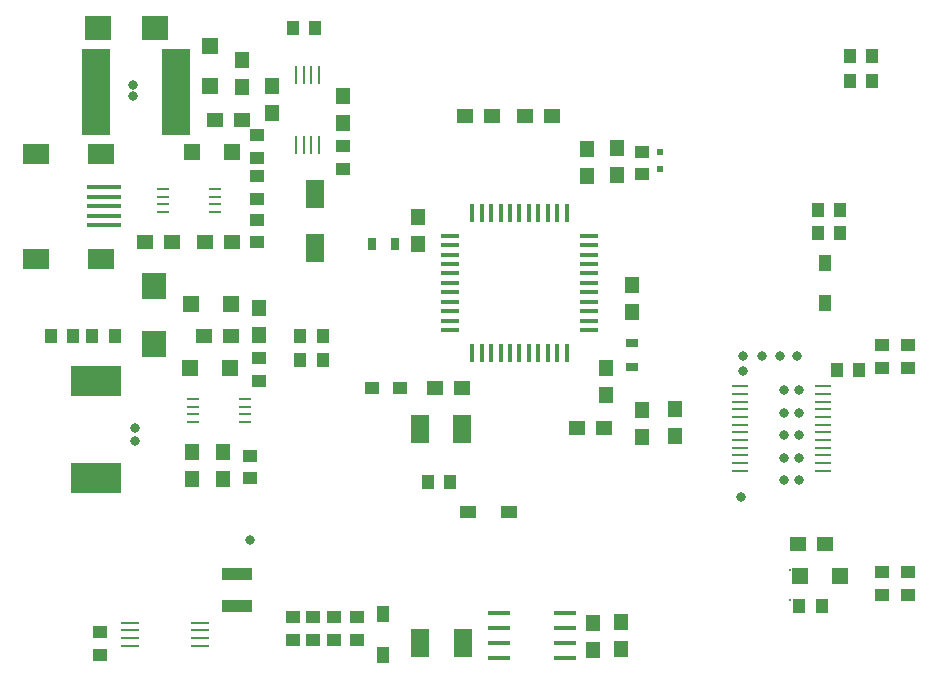
<source format=gbr>
G04 DipTrace 2.05 beta*
%INTop Paste.gbr*%
%MOIN*%
%ADD10C,0.0098*%
%ADD11C,0.0055*%
%ADD12C,0.003*%
%ADD13C,0.0197*%
%ADD14C,0.0394*%
%ADD15C,0.02*%
%ADD16C,0.03*%
%ADD17C,0.0138*%
%ADD18C,0.0157*%
%ADD19C,0.0118*%
%ADD20C,0.0787*%
%ADD21C,0.0165*%
%ADD22C,0.015*%
%ADD23C,0.0079*%
%ADD24C,0.025*%
%ADD25R,0.056X0.06*%
%ADD26R,0.06X0.056*%
%ADD27R,0.064X0.064*%
%ADD28R,0.07X0.102*%
%ADD29R,0.0709X0.1043*%
%ADD30R,0.0276X0.0276*%
%ADD31R,0.0591X0.0512*%
%ADD32R,0.048X0.063*%
%ADD33R,0.0512X0.0591*%
%ADD34R,0.0866X0.0945*%
%ADD35R,0.0945X0.0866*%
%ADD36R,0.063X0.048*%
%ADD37O,0.0984X0.0709*%
%ADD38R,0.0984X0.0709*%
%ADD39R,0.0787X0.0787*%
%ADD40C,0.0787*%
%ADD41R,0.1063X0.0669*%
%ADD42O,0.1063X0.0669*%
%ADD43R,0.0984X0.0787*%
%ADD44R,0.122X0.0217*%
%ADD45C,0.01*%
%ADD46O,0.065X0.1*%
%ADD47R,0.0591X0.0591*%
%ADD48C,0.0591*%
%ADD49R,0.0669X0.1063*%
%ADD50O,0.0669X0.1063*%
%ADD51R,0.06X0.06*%
%ADD52C,0.06*%
%ADD53R,0.0472X0.0394*%
%ADD54R,0.0394X0.0472*%
%ADD55R,0.1772X0.1102*%
%ADD56R,0.1004X0.2953*%
%ADD57R,0.0551X0.0512*%
%ADD58R,0.1063X0.0472*%
%ADD59C,0.0827*%
%ADD60C,0.0906*%
%ADD61C,0.0373*%
%ADD62R,0.0709X0.0197*%
%ADD63R,0.0197X0.0709*%
%ADD64R,0.05X0.015*%
%ADD65R,0.065X0.0157*%
%ADD66O,0.0134X0.0143*%
%ADD67R,0.0165X0.0701*%
%ADD68R,0.08X0.026*%
%ADD69O,0.0143X0.0134*%
%ADD70R,0.0701X0.0165*%
%ADD71C,0.248*%
%ADD72C,0.1732*%
%ADD73C,0.1378*%
%ADD74C,0.1575*%
%ADD75C,0.0512*%
%ADD76C,0.04*%
%ADD77C,0.0191*%
%ADD78C,0.0354*%
%ADD79C,0.128*%
%ADD80C,0.0295*%
%ADD81C,0.0335*%
%ADD82C,0.035*%
%ADD83C,0.038*%
%ADD84C,0.126*%
%ADD85C,0.0236*%
%ADD86C,0.0479*%
%ADD87C,0.0321*%
%ADD88C,0.0433*%
%ADD89C,0.1654*%
%ADD90C,0.1496*%
%ADD91C,0.1457*%
%ADD92C,0.1299*%
%ADD93C,0.1811*%
%ADD94C,0.2559*%
%ADD95C,0.2402*%
%ADD96R,0.078X0.0244*%
%ADD97R,0.0622X0.0087*%
%ADD98R,0.0879X0.0339*%
%ADD99R,0.0721X0.0181*%
%ADD100R,0.0244X0.078*%
%ADD101R,0.0087X0.0622*%
%ADD102R,0.0728X0.0236*%
%ADD103R,0.0571X0.0079*%
%ADD104R,0.0579X0.0228*%
%ADD105R,0.0421X0.0071*%
%ADD106R,0.0276X0.0787*%
%ADD107R,0.0118X0.063*%
%ADD108R,0.0787X0.0276*%
%ADD109R,0.063X0.0118*%
%ADD110C,0.0984*%
%ADD111C,0.0748*%
%ADD112R,0.1142X0.0551*%
%ADD113R,0.0984X0.0394*%
%ADD114R,0.063X0.0591*%
%ADD115R,0.0472X0.0433*%
%ADD116R,0.1083X0.3031*%
%ADD117R,0.0925X0.2874*%
%ADD118R,0.185X0.1181*%
%ADD119R,0.1693X0.1024*%
%ADD120R,0.0472X0.0551*%
%ADD121R,0.0315X0.0394*%
%ADD122R,0.0551X0.0472*%
%ADD123R,0.0394X0.0315*%
%ADD124C,0.0679*%
%ADD125C,0.0521*%
%ADD126R,0.0679X0.0679*%
%ADD127R,0.0521X0.0521*%
%ADD128O,0.0748X0.1142*%
%ADD129O,0.0591X0.0984*%
%ADD130R,0.0748X0.1142*%
%ADD131R,0.0591X0.0984*%
%ADD132C,0.0669*%
%ADD133R,0.0669X0.0669*%
%ADD134R,0.0512X0.0512*%
%ADD135O,0.0729X0.1079*%
%ADD136O,0.0571X0.0921*%
%ADD137R,0.1299X0.0295*%
%ADD138R,0.1142X0.0138*%
%ADD139R,0.1063X0.0866*%
%ADD140R,0.0906X0.0709*%
%ADD141O,0.1142X0.0748*%
%ADD142O,0.0984X0.0591*%
%ADD143R,0.1142X0.0748*%
%ADD144R,0.0984X0.0591*%
%ADD145C,0.0866*%
%ADD146C,0.0709*%
%ADD147R,0.0866X0.0866*%
%ADD148R,0.0709X0.0709*%
%ADD149R,0.1063X0.0787*%
%ADD150R,0.0906X0.063*%
%ADD151O,0.1063X0.0787*%
%ADD152O,0.0906X0.063*%
%ADD153R,0.0709X0.0559*%
%ADD154R,0.0551X0.0401*%
%ADD155R,0.1024X0.0945*%
%ADD156R,0.0866X0.0787*%
%ADD157R,0.0945X0.1024*%
%ADD158R,0.0787X0.0866*%
%ADD159R,0.0591X0.0669*%
%ADD160R,0.0433X0.0512*%
%ADD161R,0.0559X0.0709*%
%ADD162R,0.0401X0.0551*%
%ADD163R,0.0669X0.0591*%
%ADD164R,0.0512X0.0433*%
%ADD165R,0.0354X0.0354*%
%ADD166R,0.0197X0.0197*%
%ADD167R,0.0787X0.1122*%
%ADD168R,0.063X0.0965*%
%ADD169R,0.0779X0.1099*%
%ADD170R,0.0621X0.0941*%
%ADD171R,0.0719X0.0719*%
%ADD172R,0.0561X0.0561*%
%ADD173R,0.0679X0.0639*%
%ADD174R,0.0521X0.0481*%
%ADD175R,0.0639X0.0679*%
%ADD176R,0.0481X0.0521*%
%ADD177C,0.0866*%
%ADD178C,0.0709*%
%ADD179C,0.0062*%
%ADD180C,0.0093*%
%ADD181C,0.0077*%
%ADD182C,0.0046*%
%ADD183C,0.0232*%
%ADD184C,0.0185*%
%ADD185C,0.017*%
%ADD186C,0.0124*%
%FSLAX44Y44*%
%SFA1B1*%
%OFA0B0*%
G04*
G70*
G90*
G75*
G01*
%LNTopPaste*%
%LPD*%
G54D87*
X24753Y-13501D3*
Y-14001D3*
X24690Y-18189D3*
X8313Y-19627D3*
X25378Y-13501D3*
X26003D3*
X26565D3*
X26128Y-14627D3*
X26628D3*
X4500Y-16314D3*
Y-15877D3*
X26128Y-15377D3*
X26628D3*
X4438Y-4438D3*
Y-4813D3*
X26128Y-16127D3*
X26628D3*
X26128Y-16877D3*
X26628D3*
X26128Y-17627D3*
X26628D3*
G54D176*
X19564Y-7500D3*
Y-6600D3*
G54D174*
X16377Y-5501D3*
X15477D3*
X17502D3*
X18402D3*
G54D176*
X6376Y-16689D3*
Y-17589D3*
G54D174*
X14502Y-14564D3*
X15402D3*
G54D176*
X20190Y-13876D3*
Y-14776D3*
X21064Y-11125D3*
Y-12025D3*
X20564Y-6562D3*
Y-7462D3*
X22502Y-15252D3*
Y-16152D3*
G54D174*
X27503Y-19752D3*
X26603D3*
G54D176*
X21377Y-16184D3*
Y-15284D3*
X13938Y-9750D3*
Y-8850D3*
G54D172*
X28003Y-20815D3*
X26663D3*
G54D176*
X11439Y-4813D3*
Y-5713D3*
X9063Y-5376D3*
Y-4476D3*
X20690Y-23252D3*
Y-22352D3*
X19752Y-22377D3*
Y-23277D3*
G54D170*
X14001Y-23065D3*
X15421D3*
G54D174*
X20127Y-15877D3*
X19227D3*
G54D172*
X6313Y-13876D3*
X7653D3*
G54D176*
X7438Y-16689D3*
Y-17589D3*
G54D174*
X7688Y-12814D3*
X6788D3*
G54D176*
X8626Y-11876D3*
Y-12776D3*
G54D174*
X4813Y-9689D3*
X5713D3*
G54D172*
X6376Y-6688D3*
X7716D3*
G54D174*
X6813Y-9689D3*
X7713D3*
X8063Y-5626D3*
X7163D3*
G54D176*
X8063Y-3625D3*
Y-4525D3*
G54D168*
X10501Y-9876D3*
Y-8085D3*
G54D170*
X13979Y-15917D3*
X15399D3*
G54D172*
X7688Y-11751D3*
X6348D3*
X7001Y-4500D3*
Y-3161D3*
G54D166*
X22002Y-6688D3*
Y-7259D3*
G54D164*
X30253Y-13126D3*
Y-13874D3*
X29378Y-13126D3*
Y-13874D3*
Y-21440D3*
Y-20692D3*
X30253Y-21440D3*
Y-20692D3*
G54D162*
X12751Y-23440D3*
Y-22100D3*
G54D164*
X9751Y-22940D3*
Y-22192D3*
G54D160*
X29066Y-4313D3*
X28318D3*
G54D158*
X5126Y-13073D3*
Y-11144D3*
G54D156*
X3241Y-2563D3*
X5170D3*
G54D154*
X16945Y-18687D3*
X15605D3*
G54D164*
X11876Y-22190D3*
Y-22938D3*
G54D162*
X27485Y-11734D3*
Y-10394D3*
G54D140*
X1188Y-10251D3*
G54D138*
X3471Y-8499D3*
G54D140*
X1188Y-6747D3*
X3353Y-10251D3*
Y-6747D3*
G54D138*
X3471Y-8814D3*
Y-9129D3*
Y-8184D3*
Y-7869D3*
X27315Y-19626D2*
G54D45*
D3*
X26316Y-20626D2*
D3*
Y-21625D2*
D3*
G54D123*
X21065Y-13064D3*
Y-13851D3*
G54D121*
X12375Y-9750D3*
X13163D3*
G54D119*
X3188Y-17564D3*
Y-14336D3*
G54D117*
X5862Y-4688D3*
X3185D3*
G54D115*
X12376Y-14564D3*
X13321D3*
G54D113*
X7876Y-20752D3*
Y-21819D3*
G54D160*
X10751Y-13626D3*
X10003D3*
X10751Y-12814D3*
X10003D3*
G54D164*
X21376Y-7437D3*
Y-6689D3*
G54D160*
X26628Y-21815D3*
X27376D3*
X27879Y-13939D3*
X28627D3*
X10501Y-2563D3*
X9753D3*
G54D164*
X11439Y-7251D3*
Y-6503D3*
X8626Y-14314D3*
Y-13566D3*
X10439Y-22940D3*
Y-22192D3*
G54D160*
X3813Y-12814D3*
X3065D3*
G54D164*
X8313Y-17564D3*
Y-16816D3*
X8563Y-6876D3*
Y-6128D3*
Y-8251D3*
Y-7503D3*
Y-9689D3*
Y-8940D3*
G54D160*
X2438Y-12814D3*
X1690D3*
G54D164*
X3313Y-23440D3*
Y-22692D3*
G54D160*
X28315Y-3500D3*
X29064D3*
X14251Y-17689D3*
X15000D3*
G54D164*
X11126Y-22940D3*
Y-22192D3*
G54D160*
X27253Y-9376D3*
X28001D3*
X27253Y-8626D3*
X28001D3*
G54D109*
X19627Y-12626D3*
Y-12311D3*
Y-11996D3*
Y-11681D3*
Y-11367D3*
Y-11052D3*
Y-10737D3*
Y-10422D3*
Y-10107D3*
Y-9792D3*
Y-9477D3*
G54D107*
X18879Y-8729D3*
X18564D3*
X18249D3*
X17934D3*
X17619D3*
X17304D3*
X16989D3*
X16674D3*
X16359D3*
X16044D3*
X15730D3*
G54D109*
X14981Y-9477D3*
Y-9792D3*
Y-10107D3*
Y-10422D3*
Y-10737D3*
Y-11052D3*
Y-11367D3*
Y-11681D3*
Y-11996D3*
Y-12311D3*
Y-12626D3*
G54D107*
X15730Y-13374D3*
X16044D3*
X16359D3*
X16674D3*
X16989D3*
X17304D3*
X17619D3*
X17934D3*
X18249D3*
X18564D3*
X18879D3*
G54D105*
X8165Y-15689D3*
Y-15433D3*
Y-15177D3*
Y-14921D3*
X6417D3*
Y-15185D3*
Y-15433D3*
Y-15689D3*
G54D103*
X27440Y-17314D3*
Y-17058D3*
Y-16803D3*
Y-16547D3*
Y-16291D3*
Y-16035D3*
Y-15779D3*
Y-15523D3*
Y-15267D3*
Y-15011D3*
Y-14755D3*
Y-14499D3*
X24665D3*
Y-14755D3*
Y-15011D3*
Y-15267D3*
Y-15523D3*
Y-15779D3*
Y-16035D3*
Y-16291D3*
Y-16547D3*
Y-16803D3*
Y-17058D3*
Y-17314D3*
G54D101*
X10626Y-4126D3*
X10370D3*
X10114D3*
X9858D3*
Y-6464D3*
X10114D3*
X10370D3*
X10626D3*
G54D99*
X18814Y-23565D3*
Y-23065D3*
Y-22565D3*
Y-22065D3*
X16615Y-23565D3*
Y-23065D3*
Y-22565D3*
Y-22065D3*
G54D105*
X7165Y-8688D3*
Y-8433D3*
Y-8177D3*
Y-7921D3*
X5417D3*
Y-8184D3*
Y-8433D3*
Y-8688D3*
G54D97*
X4313Y-22377D3*
Y-22633D3*
Y-22889D3*
Y-23145D3*
X6652D3*
Y-22889D3*
Y-22633D3*
Y-22377D3*
M02*

</source>
